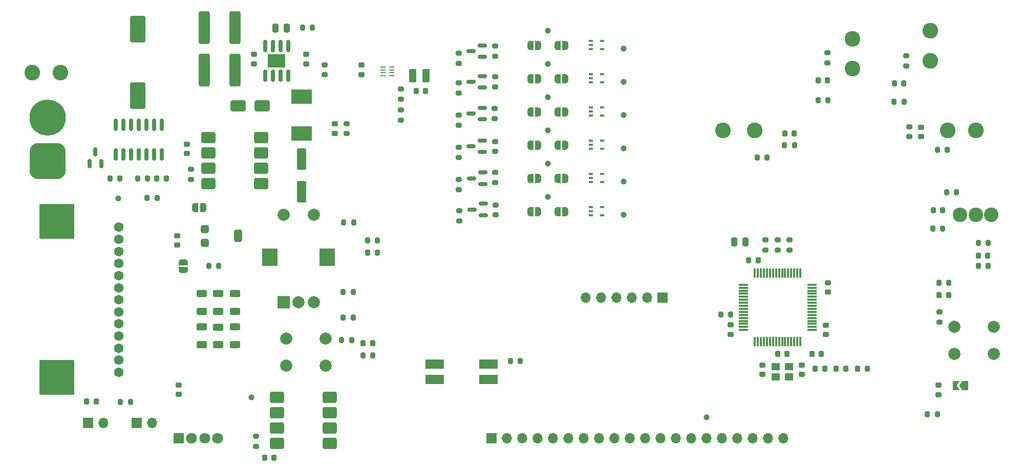
<source format=gts>
%TF.GenerationSoftware,KiCad,Pcbnew,8.0.8-8.0.8-0~ubuntu24.04.1*%
%TF.CreationDate,2025-02-11T18:27:11-05:00*%
%TF.ProjectId,Strojni_posuv,5374726f-6a6e-4695-9f70-6f7375762e6b,rev?*%
%TF.SameCoordinates,Original*%
%TF.FileFunction,Soldermask,Top*%
%TF.FilePolarity,Negative*%
%FSLAX46Y46*%
G04 Gerber Fmt 4.6, Leading zero omitted, Abs format (unit mm)*
G04 Created by KiCad (PCBNEW 8.0.8-8.0.8-0~ubuntu24.04.1) date 2025-02-11 18:27:11*
%MOMM*%
%LPD*%
G01*
G04 APERTURE LIST*
G04 Aperture macros list*
%AMRoundRect*
0 Rectangle with rounded corners*
0 $1 Rounding radius*
0 $2 $3 $4 $5 $6 $7 $8 $9 X,Y pos of 4 corners*
0 Add a 4 corners polygon primitive as box body*
4,1,4,$2,$3,$4,$5,$6,$7,$8,$9,$2,$3,0*
0 Add four circle primitives for the rounded corners*
1,1,$1+$1,$2,$3*
1,1,$1+$1,$4,$5*
1,1,$1+$1,$6,$7*
1,1,$1+$1,$8,$9*
0 Add four rect primitives between the rounded corners*
20,1,$1+$1,$2,$3,$4,$5,0*
20,1,$1+$1,$4,$5,$6,$7,0*
20,1,$1+$1,$6,$7,$8,$9,0*
20,1,$1+$1,$8,$9,$2,$3,0*%
%AMFreePoly0*
4,1,19,0.500000,-0.750000,0.000000,-0.750000,0.000000,-0.744911,-0.071157,-0.744911,-0.207708,-0.704816,-0.327430,-0.627875,-0.420627,-0.520320,-0.479746,-0.390866,-0.500000,-0.250000,-0.500000,0.250000,-0.479746,0.390866,-0.420627,0.520320,-0.327430,0.627875,-0.207708,0.704816,-0.071157,0.744911,0.000000,0.744911,0.000000,0.750000,0.500000,0.750000,0.500000,-0.750000,0.500000,-0.750000,
$1*%
%AMFreePoly1*
4,1,19,0.000000,0.744911,0.071157,0.744911,0.207708,0.704816,0.327430,0.627875,0.420627,0.520320,0.479746,0.390866,0.500000,0.250000,0.500000,-0.250000,0.479746,-0.390866,0.420627,-0.520320,0.327430,-0.627875,0.207708,-0.704816,0.071157,-0.744911,0.000000,-0.744911,0.000000,-0.750000,-0.500000,-0.750000,-0.500000,0.750000,0.000000,0.750000,0.000000,0.744911,0.000000,0.744911,
$1*%
%AMFreePoly2*
4,1,6,1.000000,0.000000,0.500000,-0.750000,-0.500000,-0.750000,-0.500000,0.750000,0.500000,0.750000,1.000000,0.000000,1.000000,0.000000,$1*%
%AMFreePoly3*
4,1,6,0.500000,-0.750000,-0.650000,-0.750000,-0.150000,0.000000,-0.650000,0.750000,0.500000,0.750000,0.500000,-0.750000,0.500000,-0.750000,$1*%
G04 Aperture macros list end*
%ADD10C,2.400000*%
%ADD11R,1.700000X1.700000*%
%ADD12O,1.700000X1.700000*%
%ADD13FreePoly0,180.000000*%
%ADD14FreePoly1,180.000000*%
%ADD15RoundRect,0.150000X0.150000X-0.587500X0.150000X0.587500X-0.150000X0.587500X-0.150000X-0.587500X0*%
%ADD16RoundRect,0.200000X0.200000X0.275000X-0.200000X0.275000X-0.200000X-0.275000X0.200000X-0.275000X0*%
%ADD17RoundRect,0.200000X0.275000X-0.200000X0.275000X0.200000X-0.275000X0.200000X-0.275000X-0.200000X0*%
%ADD18RoundRect,0.225000X-0.225000X-0.250000X0.225000X-0.250000X0.225000X0.250000X-0.225000X0.250000X0*%
%ADD19RoundRect,0.200000X-0.275000X0.200000X-0.275000X-0.200000X0.275000X-0.200000X0.275000X0.200000X0*%
%ADD20C,2.000000*%
%ADD21RoundRect,0.200000X-0.200000X-0.275000X0.200000X-0.275000X0.200000X0.275000X-0.200000X0.275000X0*%
%ADD22C,1.000000*%
%ADD23R,1.400000X1.200000*%
%ADD24RoundRect,0.250000X0.400000X-0.400000X0.400000X0.400000X-0.400000X0.400000X-0.400000X-0.400000X0*%
%ADD25RoundRect,0.250000X0.400000X-0.750000X0.400000X0.750000X-0.400000X0.750000X-0.400000X-0.750000X0*%
%ADD26RoundRect,0.150000X0.587500X0.150000X-0.587500X0.150000X-0.587500X-0.150000X0.587500X-0.150000X0*%
%ADD27RoundRect,0.250000X0.625000X-0.312500X0.625000X0.312500X-0.625000X0.312500X-0.625000X-0.312500X0*%
%ADD28RoundRect,0.225000X-0.250000X0.225000X-0.250000X-0.225000X0.250000X-0.225000X0.250000X0.225000X0*%
%ADD29RoundRect,0.100000X-0.225000X-0.100000X0.225000X-0.100000X0.225000X0.100000X-0.225000X0.100000X0*%
%ADD30FreePoly0,90.000000*%
%ADD31FreePoly1,90.000000*%
%ADD32RoundRect,0.218750X0.256250X-0.218750X0.256250X0.218750X-0.256250X0.218750X-0.256250X-0.218750X0*%
%ADD33C,2.600000*%
%ADD34RoundRect,0.225000X0.250000X-0.225000X0.250000X0.225000X-0.250000X0.225000X-0.250000X-0.225000X0*%
%ADD35RoundRect,0.250000X1.000000X0.650000X-1.000000X0.650000X-1.000000X-0.650000X1.000000X-0.650000X0*%
%ADD36R,2.000000X2.000000*%
%ADD37R,2.500000X3.000000*%
%ADD38RoundRect,0.250000X-0.375000X-0.850000X0.375000X-0.850000X0.375000X0.850000X-0.375000X0.850000X0*%
%ADD39RoundRect,0.250000X-0.250000X-0.475000X0.250000X-0.475000X0.250000X0.475000X-0.250000X0.475000X0*%
%ADD40RoundRect,0.250000X0.250000X0.475000X-0.250000X0.475000X-0.250000X-0.475000X0.250000X-0.475000X0*%
%ADD41RoundRect,0.150000X-0.150000X0.825000X-0.150000X-0.825000X0.150000X-0.825000X0.150000X0.825000X0*%
%ADD42R,3.000000X2.290000*%
%ADD43RoundRect,0.218750X-0.218750X-0.256250X0.218750X-0.256250X0.218750X0.256250X-0.218750X0.256250X0*%
%ADD44RoundRect,0.225000X0.225000X0.250000X-0.225000X0.250000X-0.225000X-0.250000X0.225000X-0.250000X0*%
%ADD45RoundRect,0.062500X-0.337500X-0.062500X0.337500X-0.062500X0.337500X0.062500X-0.337500X0.062500X0*%
%ADD46RoundRect,0.150000X0.150000X-0.825000X0.150000X0.825000X-0.150000X0.825000X-0.150000X-0.825000X0*%
%ADD47RoundRect,0.250000X0.650000X2.450000X-0.650000X2.450000X-0.650000X-2.450000X0.650000X-2.450000X0*%
%ADD48RoundRect,0.250000X1.000000X-1.950000X1.000000X1.950000X-1.000000X1.950000X-1.000000X-1.950000X0*%
%ADD49RoundRect,0.250000X0.900000X0.675000X-0.900000X0.675000X-0.900000X-0.675000X0.900000X-0.675000X0*%
%ADD50RoundRect,0.075000X0.075000X-0.700000X0.075000X0.700000X-0.075000X0.700000X-0.075000X-0.700000X0*%
%ADD51RoundRect,0.075000X0.700000X-0.075000X0.700000X0.075000X-0.700000X0.075000X-0.700000X-0.075000X0*%
%ADD52FreePoly2,180.000000*%
%ADD53FreePoly3,180.000000*%
%ADD54RoundRect,0.218750X0.218750X0.256250X-0.218750X0.256250X-0.218750X-0.256250X0.218750X-0.256250X0*%
%ADD55RoundRect,0.250000X-0.550000X1.500000X-0.550000X-1.500000X0.550000X-1.500000X0.550000X1.500000X0*%
%ADD56R,3.500000X2.350000*%
%ADD57R,3.100000X1.600000*%
%ADD58R,1.800000X1.800000*%
%ADD59C,1.800000*%
%ADD60RoundRect,1.500000X1.500000X-1.500000X1.500000X1.500000X-1.500000X1.500000X-1.500000X-1.500000X0*%
%ADD61C,6.000000*%
%ADD62C,1.604000*%
%ADD63RoundRect,0.102000X2.758000X-2.758000X2.758000X2.758000X-2.758000X2.758000X-2.758000X-2.758000X0*%
G04 APERTURE END LIST*
D10*
%TO.C,SW4*%
X208400000Y-66000000D03*
X211000000Y-66000000D03*
X213600000Y-66000000D03*
%TD*%
D11*
%TO.C,J15*%
X159200000Y-79700000D03*
D12*
X156660000Y-79700000D03*
X154120000Y-79700000D03*
X151580000Y-79700000D03*
X149040000Y-79700000D03*
X146500000Y-79700000D03*
%TD*%
D13*
%TO.C,JP9*%
X138650000Y-54500000D03*
D14*
X137350000Y-54500000D03*
%TD*%
D15*
%TO.C,Q7*%
X64500000Y-57500000D03*
X66400000Y-57500000D03*
X65450000Y-55625000D03*
%TD*%
D16*
%TO.C,R3*%
X108150000Y-67250000D03*
X106500000Y-67250000D03*
%TD*%
D17*
%TO.C,R44*%
X116000000Y-50325000D03*
X116000000Y-48675000D03*
%TD*%
D18*
%TO.C,C33*%
X184975000Y-43750000D03*
X186525000Y-43750000D03*
%TD*%
D19*
%TO.C,R25*%
X131500000Y-38075000D03*
X131500000Y-39725000D03*
%TD*%
%TO.C,R10*%
X200000000Y-51425000D03*
X200000000Y-53075000D03*
%TD*%
%TO.C,R34*%
X131500000Y-59000000D03*
X131500000Y-60650000D03*
%TD*%
D20*
%TO.C,SW3*%
X207500000Y-84500000D03*
X214000000Y-84500000D03*
X207500000Y-89000000D03*
X214000000Y-89000000D03*
%TD*%
D21*
%TO.C,R42*%
X84175000Y-74500000D03*
X85825000Y-74500000D03*
%TD*%
D22*
%TO.C,M2TB6*%
X152750000Y-44000000D03*
%TD*%
D23*
%TO.C,Y1*%
X177900000Y-92850000D03*
X180100000Y-92850000D03*
X180100000Y-91150000D03*
X177900000Y-91150000D03*
%TD*%
D24*
%TO.C,RV1*%
X83500000Y-70650000D03*
D25*
X89000000Y-69500000D03*
D24*
X83500000Y-68350000D03*
%TD*%
D26*
%TO.C,Q5*%
X129500000Y-60900000D03*
X129500000Y-59000000D03*
X127625000Y-59950000D03*
%TD*%
D27*
%TO.C,R24*%
X88500000Y-87500000D03*
X88500000Y-84575000D03*
%TD*%
D21*
%TO.C,R33*%
X67850000Y-60000000D03*
X69500000Y-60000000D03*
%TD*%
D28*
%TO.C,C17*%
X91655000Y-39450000D03*
X91655000Y-41000000D03*
%TD*%
D29*
%TO.C,U12*%
X147350000Y-37250000D03*
X147350000Y-37900000D03*
X147350000Y-38550000D03*
X149250000Y-38550000D03*
X149250000Y-37250000D03*
%TD*%
D19*
%TO.C,R51*%
X186500000Y-39175000D03*
X186500000Y-40825000D03*
%TD*%
D30*
%TO.C,JP3*%
X80000000Y-75150000D03*
D31*
X80000000Y-73850000D03*
%TD*%
D13*
%TO.C,JP8*%
X143150000Y-54500000D03*
D14*
X141850000Y-54500000D03*
%TD*%
D17*
%TO.C,R46*%
X116000000Y-46825000D03*
X116000000Y-45175000D03*
%TD*%
D21*
%TO.C,R53*%
X203925000Y-68250000D03*
X205575000Y-68250000D03*
%TD*%
D27*
%TO.C,R19*%
X85750000Y-82000000D03*
X85750000Y-79075000D03*
%TD*%
D32*
%TO.C,D1*%
X204825000Y-95787500D03*
X204825000Y-94212500D03*
%TD*%
D22*
%TO.C,LLTC_STM32*%
X140250000Y-52000000D03*
%TD*%
D16*
%TO.C,R40*%
X135705000Y-90230000D03*
X134055000Y-90230000D03*
%TD*%
D26*
%TO.C,Q6*%
X129625000Y-66075000D03*
X129625000Y-64175000D03*
X127750000Y-65125000D03*
%TD*%
D33*
%TO.C,J9*%
X206350000Y-52000000D03*
%TD*%
D21*
%TO.C,R43*%
X72400000Y-60000000D03*
X74050000Y-60000000D03*
%TD*%
D22*
%TO.C,CLK_END6*%
X69200000Y-63300000D03*
%TD*%
D19*
%TO.C,R14*%
X178250000Y-70175000D03*
X178250000Y-71825000D03*
%TD*%
D22*
%TO.C,M1TB6*%
X152750000Y-38500000D03*
%TD*%
%TO.C,DIR_END6*%
X91250000Y-96250000D03*
%TD*%
D29*
%TO.C,U9*%
X147350000Y-64750000D03*
X147350000Y-65400000D03*
X147350000Y-66050000D03*
X149250000Y-66050000D03*
X149250000Y-64750000D03*
%TD*%
D22*
%TO.C,LTCTB6*%
X152750000Y-55000000D03*
%TD*%
D16*
%TO.C,R47*%
X108075000Y-78750000D03*
X106425000Y-78750000D03*
%TD*%
D21*
%TO.C,R9*%
X174850000Y-56500000D03*
X176500000Y-56500000D03*
%TD*%
D28*
%TO.C,C2*%
X186600000Y-77225000D03*
X186600000Y-78775000D03*
%TD*%
D19*
%TO.C,R31*%
X131500000Y-53850000D03*
X131500000Y-55500000D03*
%TD*%
D34*
%TO.C,C27*%
X80600000Y-55860000D03*
X80600000Y-54310000D03*
%TD*%
D33*
%TO.C,J13*%
X190600000Y-36900000D03*
%TD*%
D19*
%TO.C,R32*%
X125500000Y-54850000D03*
X125500000Y-56500000D03*
%TD*%
D27*
%TO.C,R23*%
X85750000Y-87537500D03*
X85750000Y-84612500D03*
%TD*%
D13*
%TO.C,JP10*%
X143150000Y-38000000D03*
D14*
X141850000Y-38000000D03*
%TD*%
D19*
%TO.C,R52*%
X199500000Y-39675000D03*
X199500000Y-41325000D03*
%TD*%
D22*
%TO.C,GLCD_SCK32*%
X166500000Y-99500000D03*
%TD*%
D16*
%TO.C,R55*%
X213075000Y-74500000D03*
X211425000Y-74500000D03*
%TD*%
D19*
%TO.C,R26*%
X125500000Y-39250000D03*
X125500000Y-40900000D03*
%TD*%
D13*
%TO.C,JP5*%
X138650000Y-65500000D03*
D14*
X137350000Y-65500000D03*
%TD*%
D19*
%TO.C,R12*%
X107000000Y-50900000D03*
X107000000Y-52550000D03*
%TD*%
%TO.C,R30*%
X125500000Y-49500000D03*
X125500000Y-51150000D03*
%TD*%
D22*
%TO.C,LCLK_STM32*%
X140250000Y-57500000D03*
%TD*%
D17*
%TO.C,R17*%
X103310000Y-42825000D03*
X103310000Y-41175000D03*
%TD*%
D16*
%TO.C,R11*%
X206325000Y-55250000D03*
X204675000Y-55250000D03*
%TD*%
D34*
%TO.C,C23*%
X100310000Y-41000000D03*
X100310000Y-39450000D03*
%TD*%
%TO.C,C28*%
X79250000Y-95750000D03*
X79250000Y-94200000D03*
%TD*%
D21*
%TO.C,R56*%
X211425000Y-70675000D03*
X213075000Y-70675000D03*
%TD*%
D29*
%TO.C,U14*%
X147350000Y-42750000D03*
X147350000Y-43400000D03*
X147350000Y-44050000D03*
X149250000Y-44050000D03*
X149250000Y-42750000D03*
%TD*%
D28*
%TO.C,C30*%
X182250000Y-90900000D03*
X182250000Y-92450000D03*
%TD*%
D33*
%TO.C,J11*%
X190600000Y-41800000D03*
%TD*%
D35*
%TO.C,D3*%
X93000000Y-48000000D03*
X89000000Y-48000000D03*
%TD*%
D18*
%TO.C,C35*%
X204000000Y-65250000D03*
X205550000Y-65250000D03*
%TD*%
D29*
%TO.C,U11*%
X147350000Y-53750000D03*
X147350000Y-54400000D03*
X147350000Y-55050000D03*
X149250000Y-55050000D03*
X149250000Y-53750000D03*
%TD*%
D36*
%TO.C,SW5*%
X96550000Y-80500000D03*
D20*
X101550000Y-80500000D03*
X99050000Y-80500000D03*
D37*
X94300000Y-73000000D03*
X103800000Y-73000000D03*
D20*
X96550000Y-66000000D03*
X101550000Y-66000000D03*
%TD*%
D19*
%TO.C,R13*%
X176250000Y-70175000D03*
X176250000Y-71825000D03*
%TD*%
D38*
%TO.C,L2*%
X117925000Y-43000000D03*
X120075000Y-43000000D03*
%TD*%
D21*
%TO.C,R18*%
X99675000Y-35000000D03*
X101325000Y-35000000D03*
%TD*%
D16*
%TO.C,R2*%
X112075000Y-70250000D03*
X110425000Y-70250000D03*
%TD*%
D39*
%TO.C,C20*%
X95205000Y-35095000D03*
X97105000Y-35095000D03*
%TD*%
D18*
%TO.C,C13*%
X179450000Y-52500000D03*
X181000000Y-52500000D03*
%TD*%
D19*
%TO.C,R35*%
X125500000Y-60175000D03*
X125500000Y-61825000D03*
%TD*%
%TO.C,R29*%
X131425000Y-48425000D03*
X131425000Y-50075000D03*
%TD*%
D13*
%TO.C,JP7*%
X138650000Y-60000000D03*
D14*
X137350000Y-60000000D03*
%TD*%
D18*
%TO.C,C6*%
X183950000Y-89000000D03*
X185500000Y-89000000D03*
%TD*%
D11*
%TO.C,J4*%
X64250000Y-100475000D03*
D12*
X66790000Y-100475000D03*
%TD*%
D22*
%TO.C,DIRTB6*%
X152750000Y-66000000D03*
%TD*%
D16*
%TO.C,R41*%
X75650000Y-63200000D03*
X74000000Y-63200000D03*
%TD*%
D13*
%TO.C,JP6*%
X143150000Y-60000000D03*
D14*
X141850000Y-60000000D03*
%TD*%
D13*
%TO.C,JP4*%
X143150000Y-65500000D03*
D14*
X141850000Y-65500000D03*
%TD*%
D33*
%TO.C,J2*%
X55000000Y-42500000D03*
%TD*%
D21*
%TO.C,R4*%
X109675000Y-89250000D03*
X111325000Y-89250000D03*
%TD*%
D13*
%TO.C,JP12*%
X143150000Y-49000000D03*
D14*
X141850000Y-49000000D03*
%TD*%
D13*
%TO.C,JP15*%
X138650000Y-43500000D03*
D14*
X137350000Y-43500000D03*
%TD*%
D40*
%TO.C,C5*%
X172950000Y-70500000D03*
X171050000Y-70500000D03*
%TD*%
D41*
%TO.C,U2*%
X97310000Y-38050000D03*
X96040000Y-38050000D03*
X94770000Y-38050000D03*
X93500000Y-38050000D03*
X93500000Y-43000000D03*
X94770000Y-43000000D03*
X96040000Y-43000000D03*
X97310000Y-43000000D03*
D42*
X95405000Y-40525000D03*
%TD*%
D43*
%TO.C,FB1*%
X187962500Y-91500000D03*
X189537500Y-91500000D03*
%TD*%
D28*
%TO.C,C14*%
X202000000Y-51525000D03*
X202000000Y-53075000D03*
%TD*%
D22*
%TO.C,CLKTB6*%
X152750000Y-60500000D03*
%TD*%
D44*
%TO.C,C7*%
X186025000Y-91500000D03*
X184475000Y-91500000D03*
%TD*%
D18*
%TO.C,C4*%
X173475000Y-73500000D03*
X175025000Y-73500000D03*
%TD*%
D16*
%TO.C,R48*%
X108075000Y-83000000D03*
X106425000Y-83000000D03*
%TD*%
D34*
%TO.C,C1*%
X170500000Y-85775000D03*
X170500000Y-84225000D03*
%TD*%
D17*
%TO.C,R39*%
X81250000Y-60135000D03*
X81250000Y-58485000D03*
%TD*%
D27*
%TO.C,R21*%
X83000000Y-82000000D03*
X83000000Y-79075000D03*
%TD*%
D34*
%TO.C,C25*%
X79000000Y-71000000D03*
X79000000Y-69450000D03*
%TD*%
D45*
%TO.C,U8*%
X113000000Y-41500000D03*
X113000000Y-42000000D03*
X113000000Y-42500000D03*
X113000000Y-43000000D03*
X114450000Y-43000000D03*
X114450000Y-42500000D03*
X114450000Y-42000000D03*
X114450000Y-41500000D03*
%TD*%
D22*
%TO.C,LM1_STM32*%
X140250000Y-35500000D03*
%TD*%
D18*
%TO.C,C9*%
X178250000Y-89000000D03*
X179800000Y-89000000D03*
%TD*%
D46*
%TO.C,U7*%
X68830000Y-56012500D03*
X70100000Y-56012500D03*
X71370000Y-56012500D03*
X72640000Y-56012500D03*
X73910000Y-56012500D03*
X75180000Y-56012500D03*
X76450000Y-56012500D03*
X76450000Y-51062500D03*
X75180000Y-51062500D03*
X73910000Y-51062500D03*
X72640000Y-51062500D03*
X71370000Y-51062500D03*
X70100000Y-51062500D03*
X68830000Y-51062500D03*
%TD*%
D17*
%TO.C,R38*%
X92000000Y-104325000D03*
X92000000Y-102675000D03*
%TD*%
D21*
%TO.C,R50*%
X197500000Y-47250000D03*
X199150000Y-47250000D03*
%TD*%
D11*
%TO.C,J1*%
X130980000Y-103000000D03*
D12*
X133520000Y-103000000D03*
X136060000Y-103000000D03*
X138600000Y-103000000D03*
X141140000Y-103000000D03*
X143680000Y-103000000D03*
X146220000Y-103000000D03*
X148760000Y-103000000D03*
X151300000Y-103000000D03*
X153840000Y-103000000D03*
X156380000Y-103000000D03*
X158920000Y-103000000D03*
X161460000Y-103000000D03*
X164000000Y-103000000D03*
X166540000Y-103000000D03*
X169080000Y-103000000D03*
X171620000Y-103000000D03*
X174160000Y-103000000D03*
X176700000Y-103000000D03*
X179240000Y-103000000D03*
%TD*%
D21*
%TO.C,R1*%
X168850000Y-82500000D03*
X170500000Y-82500000D03*
%TD*%
D44*
%TO.C,C12*%
X206525000Y-79250000D03*
X204975000Y-79250000D03*
%TD*%
D47*
%TO.C,C18*%
X88550000Y-42000000D03*
X83450000Y-42000000D03*
%TD*%
D48*
%TO.C,C24*%
X72450000Y-46250000D03*
X72450000Y-35250000D03*
%TD*%
D13*
%TO.C,JP13*%
X138650000Y-49000000D03*
D14*
X137350000Y-49000000D03*
%TD*%
D28*
%TO.C,C3*%
X186250000Y-84250000D03*
X186250000Y-85800000D03*
%TD*%
D44*
%TO.C,C26*%
X94975000Y-106250000D03*
X93425000Y-106250000D03*
%TD*%
D18*
%TO.C,C34*%
X197550000Y-44250000D03*
X199100000Y-44250000D03*
%TD*%
D21*
%TO.C,R45*%
X203000000Y-99000000D03*
X204650000Y-99000000D03*
%TD*%
D44*
%TO.C,C36*%
X213025000Y-72750000D03*
X211475000Y-72750000D03*
%TD*%
D33*
%TO.C,J12*%
X203500000Y-40500000D03*
%TD*%
D26*
%TO.C,Q2*%
X129437500Y-50200000D03*
X129437500Y-48300000D03*
X127562500Y-49250000D03*
%TD*%
D33*
%TO.C,J14*%
X203500000Y-35500000D03*
%TD*%
D19*
%TO.C,R36*%
X131625000Y-64350000D03*
X131625000Y-66000000D03*
%TD*%
D49*
%TO.C,U5*%
X92850000Y-60810000D03*
X92850000Y-58270000D03*
X92850000Y-55730000D03*
X92850000Y-53190000D03*
X84150000Y-53190000D03*
X84150000Y-55730000D03*
X84150000Y-58270000D03*
X84150000Y-60810000D03*
%TD*%
D21*
%TO.C,R49*%
X184925000Y-47000000D03*
X186575000Y-47000000D03*
%TD*%
D47*
%TO.C,C19*%
X88550000Y-35000000D03*
X83450000Y-35000000D03*
%TD*%
D22*
%TO.C,LM2_STM32*%
X140250000Y-41000000D03*
%TD*%
D18*
%TO.C,C8*%
X191500000Y-91500000D03*
X193050000Y-91500000D03*
%TD*%
%TO.C,C11*%
X109725000Y-87250000D03*
X111275000Y-87250000D03*
%TD*%
D13*
%TO.C,JP2*%
X83250000Y-64800000D03*
D14*
X81950000Y-64800000D03*
%TD*%
D50*
%TO.C,U1*%
X174500000Y-87000000D03*
X175000000Y-87000000D03*
X175500000Y-87000000D03*
X176000000Y-87000000D03*
X176500000Y-87000000D03*
X177000000Y-87000000D03*
X177500000Y-87000000D03*
X178000000Y-87000000D03*
X178500000Y-87000000D03*
X179000000Y-87000000D03*
X179500000Y-87000000D03*
X180000000Y-87000000D03*
X180500000Y-87000000D03*
X181000000Y-87000000D03*
X181500000Y-87000000D03*
X182000000Y-87000000D03*
D51*
X183925000Y-85075000D03*
X183925000Y-84575000D03*
X183925000Y-84075000D03*
X183925000Y-83575000D03*
X183925000Y-83075000D03*
X183925000Y-82575000D03*
X183925000Y-82075000D03*
X183925000Y-81575000D03*
X183925000Y-81075000D03*
X183925000Y-80575000D03*
X183925000Y-80075000D03*
X183925000Y-79575000D03*
X183925000Y-79075000D03*
X183925000Y-78575000D03*
X183925000Y-78075000D03*
X183925000Y-77575000D03*
D50*
X182000000Y-75650000D03*
X181500000Y-75650000D03*
X181000000Y-75650000D03*
X180500000Y-75650000D03*
X180000000Y-75650000D03*
X179500000Y-75650000D03*
X179000000Y-75650000D03*
X178500000Y-75650000D03*
X178000000Y-75650000D03*
X177500000Y-75650000D03*
X177000000Y-75650000D03*
X176500000Y-75650000D03*
X176000000Y-75650000D03*
X175500000Y-75650000D03*
X175000000Y-75650000D03*
X174500000Y-75650000D03*
D51*
X172575000Y-77575000D03*
X172575000Y-78075000D03*
X172575000Y-78575000D03*
X172575000Y-79075000D03*
X172575000Y-79575000D03*
X172575000Y-80075000D03*
X172575000Y-80575000D03*
X172575000Y-81075000D03*
X172575000Y-81575000D03*
X172575000Y-82075000D03*
X172575000Y-82575000D03*
X172575000Y-83075000D03*
X172575000Y-83575000D03*
X172575000Y-84075000D03*
X172575000Y-84575000D03*
X172575000Y-85075000D03*
%TD*%
D29*
%TO.C,U10*%
X147350000Y-59250000D03*
X147350000Y-59900000D03*
X147350000Y-60550000D03*
X149250000Y-60550000D03*
X149250000Y-59250000D03*
%TD*%
D52*
%TO.C,JP1*%
X209225000Y-94250000D03*
D53*
X207775000Y-94250000D03*
%TD*%
D44*
%TO.C,C10*%
X112025000Y-72250000D03*
X110475000Y-72250000D03*
%TD*%
D54*
%TO.C,D4*%
X65587500Y-96900000D03*
X64012500Y-96900000D03*
%TD*%
D21*
%TO.C,R54*%
X206175000Y-62250000D03*
X207825000Y-62250000D03*
%TD*%
D33*
%TO.C,J10*%
X211000000Y-52000000D03*
%TD*%
D27*
%TO.C,R22*%
X83000000Y-87500000D03*
X83000000Y-84575000D03*
%TD*%
D55*
%TO.C,C22*%
X99500000Y-56800000D03*
X99500000Y-62200000D03*
%TD*%
D44*
%TO.C,C32*%
X120050000Y-45500000D03*
X118500000Y-45500000D03*
%TD*%
D16*
%TO.C,R6*%
X206575000Y-77250000D03*
X204925000Y-77250000D03*
%TD*%
D22*
%TO.C,LDIR_STM32*%
X140250000Y-63000000D03*
%TD*%
D34*
%TO.C,C29*%
X175750000Y-92425000D03*
X175750000Y-90875000D03*
%TD*%
D33*
%TO.C,J7*%
X169250000Y-52000000D03*
%TD*%
D13*
%TO.C,JP11*%
X138650000Y-38000000D03*
D14*
X137350000Y-38000000D03*
%TD*%
D22*
%TO.C,M3TB6*%
X152750000Y-49500000D03*
%TD*%
D28*
%TO.C,C21*%
X105000000Y-50950000D03*
X105000000Y-52500000D03*
%TD*%
D56*
%TO.C,L1*%
X99500000Y-46475000D03*
X99500000Y-52525000D03*
%TD*%
D13*
%TO.C,JP14*%
X143150000Y-43500000D03*
D14*
X141850000Y-43500000D03*
%TD*%
D19*
%TO.C,R28*%
X125500000Y-44175000D03*
X125500000Y-45825000D03*
%TD*%
D29*
%TO.C,U13*%
X147350000Y-48250000D03*
X147350000Y-48900000D03*
X147350000Y-49550000D03*
X149250000Y-49550000D03*
X149250000Y-48250000D03*
%TD*%
D20*
%TO.C,SW2*%
X97000000Y-86500000D03*
X103500000Y-86500000D03*
X97000000Y-91000000D03*
X103500000Y-91000000D03*
%TD*%
D28*
%TO.C,C31*%
X109400000Y-41225000D03*
X109400000Y-42775000D03*
%TD*%
D33*
%TO.C,J8*%
X174500000Y-52000000D03*
%TD*%
D27*
%TO.C,R20*%
X88500000Y-82000000D03*
X88500000Y-79075000D03*
%TD*%
D57*
%TO.C,U6*%
X121555000Y-90730000D03*
X121555000Y-93270000D03*
X130445000Y-93270000D03*
X130445000Y-90730000D03*
%TD*%
D17*
%TO.C,R8*%
X205000000Y-83750000D03*
X205000000Y-82100000D03*
%TD*%
D43*
%TO.C,D5*%
X75612500Y-60000000D03*
X77187500Y-60000000D03*
%TD*%
D26*
%TO.C,Q1*%
X129437500Y-39850000D03*
X129437500Y-37950000D03*
X127562500Y-38900000D03*
%TD*%
D11*
%TO.C,J3*%
X72250000Y-100475000D03*
D12*
X74790000Y-100475000D03*
%TD*%
D21*
%TO.C,R7*%
X179400000Y-54500000D03*
X181050000Y-54500000D03*
%TD*%
D16*
%TO.C,R16*%
X71225000Y-97000000D03*
X69575000Y-97000000D03*
%TD*%
D19*
%TO.C,R37*%
X125625000Y-65350000D03*
X125625000Y-67000000D03*
%TD*%
D22*
%TO.C,LM3_STM32*%
X140250000Y-46500000D03*
%TD*%
D33*
%TO.C,J6*%
X59650000Y-42500000D03*
%TD*%
D49*
%TO.C,U3*%
X104200000Y-103870000D03*
X104200000Y-101330000D03*
X104200000Y-98790000D03*
X104200000Y-96250000D03*
X95500000Y-96250000D03*
X95500000Y-98790000D03*
X95500000Y-101330000D03*
X95500000Y-103870000D03*
%TD*%
D58*
%TO.C,D2*%
X79182000Y-103000000D03*
D59*
X81341000Y-103000000D03*
X83500000Y-103000000D03*
X85659000Y-103000000D03*
%TD*%
D19*
%TO.C,R15*%
X180250000Y-70175000D03*
X180250000Y-71825000D03*
%TD*%
D26*
%TO.C,Q3*%
X129437500Y-55625000D03*
X129437500Y-53725000D03*
X127562500Y-54675000D03*
%TD*%
%TO.C,Q4*%
X129437500Y-44950000D03*
X129437500Y-43050000D03*
X127562500Y-44000000D03*
%TD*%
D19*
%TO.C,R27*%
X131500000Y-43175000D03*
X131500000Y-44825000D03*
%TD*%
D21*
%TO.C,R5*%
X106175000Y-86750000D03*
X107825000Y-86750000D03*
%TD*%
D60*
%TO.C,J5*%
X57500000Y-57100000D03*
D61*
X57500000Y-49900000D03*
%TD*%
D62*
%TO.C,IC1*%
X69330950Y-92070000D03*
X69330950Y-90070000D03*
X69330950Y-88070000D03*
X69330950Y-86070000D03*
X69330950Y-84070000D03*
X69330950Y-82070000D03*
X69330950Y-80070000D03*
X69330950Y-78070000D03*
X69330950Y-76070000D03*
X69330950Y-74070000D03*
X69330950Y-72070000D03*
X69330950Y-70070000D03*
X69330950Y-68070000D03*
D63*
X59030950Y-92900000D03*
X59030950Y-67100000D03*
%TD*%
M02*

</source>
